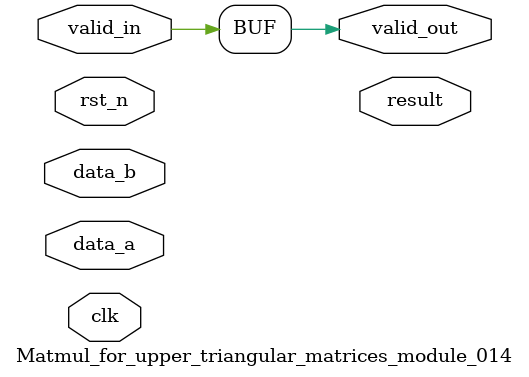
<source format=v>

module Matmul_for_upper_triangular_matrices_module_014 (
    input clk,
    input rst_n,
    input valid_in,
    output valid_out,
    // Add specific ports based on operator type
    input [31:0] data_a,
    input [31:0] data_b,
    output [31:0] result
);

    // Module implementation would go here
    // This is a template - actual implementation depends on the operator
    
        // Generic operator implementation
    assign output_data = input_data; // Placeholder
    assign valid_out = valid_in;

endmodule

</source>
